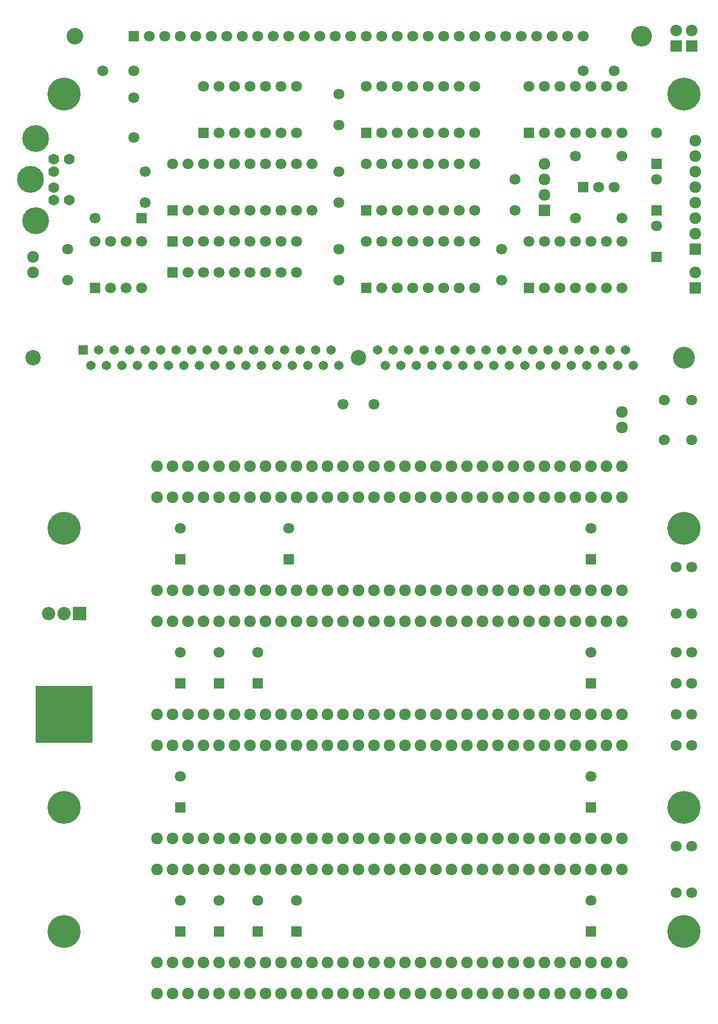
<source format=gbs>
G04 (created by PCBNEW (2013-07-07 BZR 4022)-stable) date 11/4/2014 12:29:05 AM*
%MOIN*%
G04 Gerber Fmt 3.4, Leading zero omitted, Abs format*
%FSLAX34Y34*%
G01*
G70*
G90*
G04 APERTURE LIST*
%ADD10C,0.00590551*%
%ADD11R,0.070748X0.070748*%
%ADD12C,0.070748*%
%ADD13C,0.070848*%
%ADD14R,0.075748X0.075748*%
%ADD15C,0.075748*%
%ADD16C,0.069748*%
%ADD17C,0.173248*%
%ADD18C,0.212648*%
%ADD19R,0.085748X0.085748*%
%ADD20C,0.085748*%
%ADD21R,0.365748X0.365748*%
%ADD22C,0.099748*%
%ADD23C,0.140748*%
%ADD24R,0.060748X0.060748*%
%ADD25C,0.060748*%
%ADD26C,0.133748*%
%ADD27C,0.106748*%
G04 APERTURE END LIST*
G54D10*
G54D11*
X34000Y-79500D03*
G54D12*
X34000Y-77500D03*
G54D13*
X62739Y-45220D03*
X64511Y-45220D03*
X62739Y-47780D03*
X64511Y-47780D03*
G54D12*
X28500Y-28280D03*
X28500Y-25720D03*
G54D11*
X26000Y-38000D03*
G54D12*
X27000Y-38000D03*
X28000Y-38000D03*
X29000Y-38000D03*
X29000Y-35000D03*
X28000Y-35000D03*
X27000Y-35000D03*
X26000Y-35000D03*
G54D11*
X31000Y-33000D03*
G54D12*
X32000Y-33000D03*
X33000Y-33000D03*
X34000Y-33000D03*
X35000Y-33000D03*
X36000Y-33000D03*
X37000Y-33000D03*
X38000Y-33000D03*
X39000Y-33000D03*
X40000Y-33000D03*
X40000Y-30000D03*
X39000Y-30000D03*
X38000Y-30000D03*
X37000Y-30000D03*
X36000Y-30000D03*
X35000Y-30000D03*
X34000Y-30000D03*
X33000Y-30000D03*
X32000Y-30000D03*
X31000Y-30000D03*
G54D11*
X43500Y-28000D03*
G54D12*
X44500Y-28000D03*
X45500Y-28000D03*
X46500Y-28000D03*
X47500Y-28000D03*
X48500Y-28000D03*
X49500Y-28000D03*
X50500Y-28000D03*
X50500Y-25000D03*
X49500Y-25000D03*
X48500Y-25000D03*
X47500Y-25000D03*
X46500Y-25000D03*
X45500Y-25000D03*
X44500Y-25000D03*
X43500Y-25000D03*
G54D11*
X43500Y-33000D03*
G54D12*
X44500Y-33000D03*
X45500Y-33000D03*
X46500Y-33000D03*
X47500Y-33000D03*
X48500Y-33000D03*
X49500Y-33000D03*
X50500Y-33000D03*
X50500Y-30000D03*
X49500Y-30000D03*
X48500Y-30000D03*
X47500Y-30000D03*
X46500Y-30000D03*
X45500Y-30000D03*
X44500Y-30000D03*
X43500Y-30000D03*
G54D11*
X43500Y-38000D03*
G54D12*
X44500Y-38000D03*
X45500Y-38000D03*
X46500Y-38000D03*
X47500Y-38000D03*
X48500Y-38000D03*
X49500Y-38000D03*
X50500Y-38000D03*
X50500Y-35000D03*
X49500Y-35000D03*
X48500Y-35000D03*
X47500Y-35000D03*
X46500Y-35000D03*
X45500Y-35000D03*
X44500Y-35000D03*
X43500Y-35000D03*
G54D11*
X54000Y-28000D03*
G54D12*
X55000Y-28000D03*
X56000Y-28000D03*
X57000Y-28000D03*
X58000Y-28000D03*
X59000Y-28000D03*
X60000Y-28000D03*
X60000Y-25000D03*
X59000Y-25000D03*
X58000Y-25000D03*
X57000Y-25000D03*
X56000Y-25000D03*
X55000Y-25000D03*
X54000Y-25000D03*
G54D11*
X33000Y-28000D03*
G54D12*
X34000Y-28000D03*
X35000Y-28000D03*
X36000Y-28000D03*
X37000Y-28000D03*
X38000Y-28000D03*
X39000Y-28000D03*
X39000Y-25000D03*
X38000Y-25000D03*
X37000Y-25000D03*
X36000Y-25000D03*
X35000Y-25000D03*
X34000Y-25000D03*
X33000Y-25000D03*
G54D11*
X54000Y-38000D03*
G54D12*
X55000Y-38000D03*
X56000Y-38000D03*
X57000Y-38000D03*
X58000Y-38000D03*
X59000Y-38000D03*
X60000Y-38000D03*
X60000Y-35000D03*
X59000Y-35000D03*
X58000Y-35000D03*
X57000Y-35000D03*
X56000Y-35000D03*
X55000Y-35000D03*
X54000Y-35000D03*
X26000Y-33500D03*
G54D11*
X29000Y-33500D03*
G54D14*
X55000Y-33000D03*
G54D15*
X55000Y-32000D03*
X55000Y-31000D03*
X55000Y-30000D03*
X22000Y-37000D03*
X22000Y-36000D03*
X60000Y-46000D03*
X60000Y-47000D03*
G54D16*
X23350Y-30488D03*
X23350Y-31512D03*
X24331Y-32319D03*
X24331Y-29681D03*
X23350Y-29681D03*
X23350Y-32319D03*
G54D17*
X21850Y-31000D03*
X22169Y-33661D03*
X22169Y-28339D03*
G54D15*
X30000Y-51500D03*
X31000Y-51500D03*
X32000Y-51500D03*
X33000Y-51500D03*
X34000Y-51500D03*
X35000Y-51500D03*
X36000Y-51500D03*
X37000Y-51500D03*
X38000Y-51500D03*
X39000Y-51500D03*
X40000Y-51500D03*
X41000Y-51500D03*
X42000Y-51500D03*
X43000Y-51500D03*
X44000Y-51500D03*
X45000Y-51500D03*
X46000Y-51500D03*
X47000Y-51500D03*
X48000Y-51500D03*
X49000Y-51500D03*
X50000Y-51500D03*
X51000Y-51500D03*
X52000Y-51500D03*
X53000Y-51500D03*
X54000Y-51500D03*
X55000Y-51500D03*
X56000Y-51500D03*
X57000Y-51500D03*
X58000Y-51500D03*
X59000Y-51500D03*
X60000Y-51500D03*
X30000Y-49500D03*
X31000Y-49500D03*
X32000Y-49500D03*
X33000Y-49500D03*
X34000Y-49500D03*
X35000Y-49500D03*
X36000Y-49500D03*
X37000Y-49500D03*
X38000Y-49500D03*
X39000Y-49500D03*
X40000Y-49500D03*
X41000Y-49500D03*
X42000Y-49500D03*
X43000Y-49500D03*
X44000Y-49500D03*
X45000Y-49500D03*
X46000Y-49500D03*
X47000Y-49500D03*
X48000Y-49500D03*
X49000Y-49500D03*
X50000Y-49500D03*
X51000Y-49500D03*
X52000Y-49500D03*
X53000Y-49500D03*
X54000Y-49500D03*
X55000Y-49500D03*
X56000Y-49500D03*
X57000Y-49500D03*
X58000Y-49500D03*
X59000Y-49500D03*
X60000Y-49500D03*
X30000Y-59500D03*
X31000Y-59500D03*
X32000Y-59500D03*
X33000Y-59500D03*
X34000Y-59500D03*
X35000Y-59500D03*
X36000Y-59500D03*
X37000Y-59500D03*
X38000Y-59500D03*
X39000Y-59500D03*
X40000Y-59500D03*
X41000Y-59500D03*
X42000Y-59500D03*
X43000Y-59500D03*
X44000Y-59500D03*
X45000Y-59500D03*
X46000Y-59500D03*
X47000Y-59500D03*
X48000Y-59500D03*
X49000Y-59500D03*
X50000Y-59500D03*
X51000Y-59500D03*
X52000Y-59500D03*
X53000Y-59500D03*
X54000Y-59500D03*
X55000Y-59500D03*
X56000Y-59500D03*
X57000Y-59500D03*
X58000Y-59500D03*
X59000Y-59500D03*
X60000Y-59500D03*
X30000Y-57500D03*
X31000Y-57500D03*
X32000Y-57500D03*
X33000Y-57500D03*
X34000Y-57500D03*
X35000Y-57500D03*
X36000Y-57500D03*
X37000Y-57500D03*
X38000Y-57500D03*
X39000Y-57500D03*
X40000Y-57500D03*
X41000Y-57500D03*
X42000Y-57500D03*
X43000Y-57500D03*
X44000Y-57500D03*
X45000Y-57500D03*
X46000Y-57500D03*
X47000Y-57500D03*
X48000Y-57500D03*
X49000Y-57500D03*
X50000Y-57500D03*
X51000Y-57500D03*
X52000Y-57500D03*
X53000Y-57500D03*
X54000Y-57500D03*
X55000Y-57500D03*
X56000Y-57500D03*
X57000Y-57500D03*
X58000Y-57500D03*
X59000Y-57500D03*
X60000Y-57500D03*
X30000Y-83500D03*
X31000Y-83500D03*
X32000Y-83500D03*
X33000Y-83500D03*
X34000Y-83500D03*
X35000Y-83500D03*
X36000Y-83500D03*
X37000Y-83500D03*
X38000Y-83500D03*
X39000Y-83500D03*
X40000Y-83500D03*
X41000Y-83500D03*
X42000Y-83500D03*
X43000Y-83500D03*
X44000Y-83500D03*
X45000Y-83500D03*
X46000Y-83500D03*
X47000Y-83500D03*
X48000Y-83500D03*
X49000Y-83500D03*
X50000Y-83500D03*
X51000Y-83500D03*
X52000Y-83500D03*
X53000Y-83500D03*
X54000Y-83500D03*
X55000Y-83500D03*
X56000Y-83500D03*
X57000Y-83500D03*
X58000Y-83500D03*
X59000Y-83500D03*
X60000Y-83500D03*
X30000Y-81500D03*
X31000Y-81500D03*
X32000Y-81500D03*
X33000Y-81500D03*
X34000Y-81500D03*
X35000Y-81500D03*
X36000Y-81500D03*
X37000Y-81500D03*
X38000Y-81500D03*
X39000Y-81500D03*
X40000Y-81500D03*
X41000Y-81500D03*
X42000Y-81500D03*
X43000Y-81500D03*
X44000Y-81500D03*
X45000Y-81500D03*
X46000Y-81500D03*
X47000Y-81500D03*
X48000Y-81500D03*
X49000Y-81500D03*
X50000Y-81500D03*
X51000Y-81500D03*
X52000Y-81500D03*
X53000Y-81500D03*
X54000Y-81500D03*
X55000Y-81500D03*
X56000Y-81500D03*
X57000Y-81500D03*
X58000Y-81500D03*
X59000Y-81500D03*
X60000Y-81500D03*
X30000Y-75500D03*
X31000Y-75500D03*
X32000Y-75500D03*
X33000Y-75500D03*
X34000Y-75500D03*
X35000Y-75500D03*
X36000Y-75500D03*
X37000Y-75500D03*
X38000Y-75500D03*
X39000Y-75500D03*
X40000Y-75500D03*
X41000Y-75500D03*
X42000Y-75500D03*
X43000Y-75500D03*
X44000Y-75500D03*
X45000Y-75500D03*
X46000Y-75500D03*
X47000Y-75500D03*
X48000Y-75500D03*
X49000Y-75500D03*
X50000Y-75500D03*
X51000Y-75500D03*
X52000Y-75500D03*
X53000Y-75500D03*
X54000Y-75500D03*
X55000Y-75500D03*
X56000Y-75500D03*
X57000Y-75500D03*
X58000Y-75500D03*
X59000Y-75500D03*
X60000Y-75500D03*
X30000Y-73500D03*
X31000Y-73500D03*
X32000Y-73500D03*
X33000Y-73500D03*
X34000Y-73500D03*
X35000Y-73500D03*
X36000Y-73500D03*
X37000Y-73500D03*
X38000Y-73500D03*
X39000Y-73500D03*
X40000Y-73500D03*
X41000Y-73500D03*
X42000Y-73500D03*
X43000Y-73500D03*
X44000Y-73500D03*
X45000Y-73500D03*
X46000Y-73500D03*
X47000Y-73500D03*
X48000Y-73500D03*
X49000Y-73500D03*
X50000Y-73500D03*
X51000Y-73500D03*
X52000Y-73500D03*
X53000Y-73500D03*
X54000Y-73500D03*
X55000Y-73500D03*
X56000Y-73500D03*
X57000Y-73500D03*
X58000Y-73500D03*
X59000Y-73500D03*
X60000Y-73500D03*
X30000Y-67500D03*
X31000Y-67500D03*
X32000Y-67500D03*
X33000Y-67500D03*
X34000Y-67500D03*
X35000Y-67500D03*
X36000Y-67500D03*
X37000Y-67500D03*
X38000Y-67500D03*
X39000Y-67500D03*
X40000Y-67500D03*
X41000Y-67500D03*
X42000Y-67500D03*
X43000Y-67500D03*
X44000Y-67500D03*
X45000Y-67500D03*
X46000Y-67500D03*
X47000Y-67500D03*
X48000Y-67500D03*
X49000Y-67500D03*
X50000Y-67500D03*
X51000Y-67500D03*
X52000Y-67500D03*
X53000Y-67500D03*
X54000Y-67500D03*
X55000Y-67500D03*
X56000Y-67500D03*
X57000Y-67500D03*
X58000Y-67500D03*
X59000Y-67500D03*
X60000Y-67500D03*
X30000Y-65500D03*
X31000Y-65500D03*
X32000Y-65500D03*
X33000Y-65500D03*
X34000Y-65500D03*
X35000Y-65500D03*
X36000Y-65500D03*
X37000Y-65500D03*
X38000Y-65500D03*
X39000Y-65500D03*
X40000Y-65500D03*
X41000Y-65500D03*
X42000Y-65500D03*
X43000Y-65500D03*
X44000Y-65500D03*
X45000Y-65500D03*
X46000Y-65500D03*
X47000Y-65500D03*
X48000Y-65500D03*
X49000Y-65500D03*
X50000Y-65500D03*
X51000Y-65500D03*
X52000Y-65500D03*
X53000Y-65500D03*
X54000Y-65500D03*
X55000Y-65500D03*
X56000Y-65500D03*
X57000Y-65500D03*
X58000Y-65500D03*
X59000Y-65500D03*
X60000Y-65500D03*
G54D11*
X62250Y-36000D03*
G54D12*
X62250Y-34000D03*
G54D11*
X39000Y-79500D03*
G54D12*
X39000Y-77500D03*
G54D11*
X38500Y-55500D03*
G54D12*
X38500Y-53500D03*
G54D11*
X62250Y-30000D03*
G54D12*
X62250Y-28000D03*
G54D11*
X58000Y-55500D03*
G54D12*
X58000Y-53500D03*
G54D11*
X31500Y-55500D03*
G54D12*
X31500Y-53500D03*
G54D11*
X34000Y-63500D03*
G54D12*
X34000Y-61500D03*
G54D11*
X36500Y-79500D03*
G54D12*
X36500Y-77500D03*
G54D11*
X62250Y-33000D03*
G54D12*
X62250Y-31000D03*
G54D11*
X58000Y-63500D03*
G54D12*
X58000Y-61500D03*
G54D11*
X31500Y-63500D03*
G54D12*
X31500Y-61500D03*
G54D11*
X58000Y-71500D03*
G54D12*
X58000Y-69500D03*
G54D11*
X31500Y-71500D03*
G54D12*
X31500Y-69500D03*
G54D11*
X58000Y-79500D03*
G54D12*
X58000Y-77500D03*
G54D11*
X31500Y-79500D03*
G54D12*
X31500Y-77500D03*
G54D11*
X36500Y-63500D03*
G54D12*
X36500Y-61500D03*
X42000Y-45500D03*
X44000Y-45500D03*
X28500Y-24000D03*
X26500Y-24000D03*
X24250Y-37500D03*
X24250Y-35500D03*
X29250Y-30500D03*
X29250Y-32500D03*
X41750Y-35500D03*
X41750Y-37500D03*
X41750Y-30500D03*
X41750Y-32500D03*
X41750Y-25500D03*
X41750Y-27500D03*
X52250Y-35500D03*
X52250Y-37500D03*
X57500Y-24000D03*
X59500Y-24000D03*
G54D18*
X64000Y-79500D03*
X24000Y-71500D03*
X64000Y-71500D03*
X24000Y-53500D03*
X64000Y-53500D03*
X24000Y-79500D03*
G54D12*
X53125Y-33000D03*
X53125Y-31000D03*
X60000Y-33500D03*
X57000Y-33500D03*
X57000Y-29500D03*
X60000Y-29500D03*
X63500Y-67500D03*
X64500Y-67500D03*
G54D11*
X57500Y-31500D03*
G54D12*
X58500Y-31500D03*
X59500Y-31500D03*
G54D19*
X25000Y-59000D03*
G54D20*
X24000Y-59000D03*
X23000Y-59000D03*
G54D21*
X24000Y-65500D03*
G54D12*
X63500Y-77000D03*
X63500Y-74000D03*
X64500Y-77000D03*
X64500Y-74000D03*
X63500Y-56000D03*
X63500Y-59000D03*
X63500Y-65500D03*
X64500Y-65500D03*
X63500Y-63500D03*
X64500Y-63500D03*
X63500Y-61500D03*
X64500Y-61500D03*
G54D18*
X24000Y-25500D03*
X64000Y-25500D03*
G54D11*
X31000Y-35000D03*
G54D12*
X32000Y-35000D03*
X33000Y-35000D03*
X34000Y-35000D03*
X35000Y-35000D03*
X36000Y-35000D03*
X37000Y-35000D03*
X38000Y-35000D03*
X39000Y-35000D03*
G54D11*
X31000Y-37000D03*
G54D12*
X32000Y-37000D03*
X33000Y-37000D03*
X34000Y-37000D03*
X35000Y-37000D03*
X36000Y-37000D03*
X37000Y-37000D03*
X38000Y-37000D03*
X39000Y-37000D03*
X64500Y-56000D03*
X64500Y-59000D03*
G54D14*
X64500Y-22375D03*
G54D15*
X64500Y-21375D03*
G54D14*
X63500Y-22375D03*
G54D15*
X63500Y-21375D03*
G54D22*
X43000Y-42500D03*
G54D23*
X64000Y-42500D03*
G54D22*
X22000Y-42500D03*
G54D24*
X25250Y-42000D03*
G54D25*
X25750Y-43000D03*
X26250Y-42000D03*
X26750Y-43000D03*
X27250Y-42000D03*
X27750Y-43000D03*
X28250Y-42000D03*
X28750Y-43000D03*
X29250Y-42000D03*
X29750Y-43000D03*
X30250Y-42000D03*
X30750Y-43000D03*
X31250Y-42000D03*
X31750Y-43000D03*
X32250Y-42000D03*
X32750Y-43000D03*
X33250Y-42000D03*
X33750Y-43000D03*
X34250Y-42000D03*
X34750Y-43000D03*
X35250Y-42000D03*
X35750Y-43000D03*
X36250Y-42000D03*
X36750Y-43000D03*
X37250Y-42000D03*
X37750Y-43000D03*
X38250Y-42000D03*
X38750Y-43000D03*
X39250Y-42000D03*
X39750Y-43000D03*
X40250Y-42000D03*
X40750Y-43000D03*
X41250Y-42000D03*
X41750Y-43000D03*
X44250Y-42000D03*
X44750Y-43000D03*
X45250Y-42000D03*
X45750Y-43000D03*
X46250Y-42000D03*
X46750Y-43000D03*
X47250Y-42000D03*
X47750Y-43000D03*
X48250Y-42000D03*
X48750Y-43000D03*
X49250Y-42000D03*
X49750Y-43000D03*
X50250Y-42000D03*
X50750Y-43000D03*
X51250Y-42000D03*
X51750Y-43000D03*
X52250Y-42000D03*
X52750Y-43000D03*
X53250Y-42000D03*
X53750Y-43000D03*
X54250Y-42000D03*
X54750Y-43000D03*
X55250Y-42000D03*
X55750Y-43000D03*
X56250Y-42000D03*
X56750Y-43000D03*
X57250Y-42000D03*
X57750Y-43000D03*
X58250Y-42000D03*
X58750Y-43000D03*
X59250Y-42000D03*
X59750Y-43000D03*
X60250Y-42000D03*
X60750Y-43000D03*
G54D14*
X64750Y-38000D03*
G54D15*
X64750Y-37000D03*
G54D14*
X64750Y-35500D03*
G54D15*
X64750Y-34500D03*
X64750Y-33500D03*
X64750Y-32500D03*
X64750Y-31500D03*
X64750Y-30500D03*
X64750Y-29500D03*
X64750Y-28500D03*
G54D11*
X28500Y-21750D03*
G54D12*
X29500Y-21750D03*
X30500Y-21750D03*
X31500Y-21750D03*
X32500Y-21750D03*
X33500Y-21750D03*
X34500Y-21750D03*
X35500Y-21750D03*
X36500Y-21750D03*
X37500Y-21750D03*
X38500Y-21750D03*
X39500Y-21750D03*
X40500Y-21750D03*
X41500Y-21750D03*
X42500Y-21750D03*
X43500Y-21750D03*
X44500Y-21750D03*
X45500Y-21750D03*
X46500Y-21750D03*
X47500Y-21750D03*
X48500Y-21750D03*
X49500Y-21750D03*
X50500Y-21750D03*
X51500Y-21750D03*
X52500Y-21750D03*
X53500Y-21750D03*
X54500Y-21750D03*
X55500Y-21750D03*
X56500Y-21750D03*
X57500Y-21750D03*
G54D26*
X61275Y-21750D03*
G54D27*
X24724Y-21750D03*
M02*

</source>
